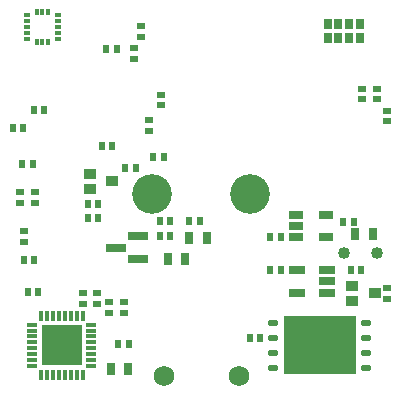
<source format=gbs>
%FSLAX24Y24*%
%MOIN*%
G70*
G01*
G75*
G04 Layer_Color=16711935*
%ADD10C,0.0177*%
%ADD11C,0.0100*%
%ADD12C,0.0100*%
%ADD13R,0.0551X0.0453*%
%ADD14O,0.0177X0.0532*%
%ADD15R,0.0343X0.0343*%
%ADD16R,0.0157X0.0335*%
%ADD17O,0.0315X0.0079*%
%ADD18O,0.0079X0.0315*%
%ADD19R,0.2598X0.2598*%
%ADD20O,0.0295X0.0079*%
%ADD21R,0.1417X0.1417*%
%ADD22O,0.0079X0.0295*%
%ADD23O,0.0098X0.0276*%
%ADD24O,0.0276X0.0098*%
%ADD25R,0.0118X0.0193*%
%ADD26R,0.0118X0.0205*%
%ADD27R,0.0138X0.0217*%
%ADD28R,0.0157X0.0532*%
%ADD29R,0.0748X0.0630*%
%ADD30R,0.0630X0.0551*%
%ADD31R,0.0335X0.0374*%
%ADD32R,0.0335X0.0118*%
%ADD33R,0.0217X0.0098*%
%ADD34R,0.0197X0.0354*%
%ADD35R,0.0177X0.0177*%
%ADD36R,0.0157X0.0236*%
%ADD37R,0.0138X0.0157*%
%ADD38R,0.0335X0.0157*%
%ADD39R,0.0236X0.0157*%
%ADD40R,0.0354X0.0197*%
%ADD41C,0.0080*%
%ADD42C,0.0200*%
%ADD43C,0.1260*%
%ADD44C,0.0630*%
%ADD45C,0.0260*%
%ADD46C,0.0300*%
%ADD47C,0.0340*%
%ADD48C,0.0500*%
%ADD49C,0.0240*%
%ADD50C,0.0290*%
%ADD51R,0.2362X0.1890*%
%ADD52O,0.0315X0.0157*%
%ADD53R,0.0394X0.0217*%
%ADD54R,0.0512X0.0217*%
%ADD55R,0.0591X0.0236*%
%ADD56R,0.0354X0.0276*%
%ADD57R,0.0197X0.0315*%
%ADD58O,0.0098X0.0315*%
%ADD59O,0.0315X0.0098*%
%ADD60R,0.1299X0.1299*%
%ADD61R,0.0098X0.0138*%
%ADD62R,0.0187X0.0098*%
%ADD63C,0.0150*%
%ADD64C,0.0098*%
%ADD65C,0.0039*%
%ADD66C,0.0079*%
%ADD67C,0.0050*%
%ADD68C,0.0040*%
%ADD69R,0.0611X0.0513*%
%ADD70O,0.0237X0.0592*%
%ADD71R,0.0606X0.0606*%
%ADD72R,0.0217X0.0395*%
%ADD73O,0.0375X0.0139*%
%ADD74O,0.0139X0.0375*%
%ADD75R,0.2658X0.2658*%
%ADD76O,0.0355X0.0139*%
%ADD77R,0.1477X0.1477*%
%ADD78O,0.0139X0.0355*%
%ADD79O,0.0158X0.0336*%
%ADD80O,0.0336X0.0158*%
%ADD81R,0.0178X0.0253*%
%ADD82R,0.0178X0.0265*%
%ADD83R,0.0198X0.0277*%
%ADD84R,0.0236X0.0610*%
%ADD85R,0.0827X0.0709*%
%ADD86R,0.0709X0.0630*%
%ADD87R,0.0395X0.0434*%
%ADD88R,0.0395X0.0178*%
%ADD89R,0.0277X0.0158*%
%ADD90R,0.0257X0.0414*%
%ADD91R,0.0237X0.0237*%
%ADD92R,0.0217X0.0296*%
%ADD93R,0.0198X0.0217*%
%ADD94R,0.0395X0.0217*%
%ADD95R,0.0296X0.0217*%
%ADD96R,0.0414X0.0257*%
%ADD97C,0.1320*%
%ADD98C,0.0690*%
%ADD99C,0.0400*%
%ADD100R,0.2422X0.1950*%
%ADD101O,0.0375X0.0217*%
%ADD102R,0.0454X0.0277*%
%ADD103R,0.0572X0.0277*%
%ADD104R,0.0651X0.0296*%
%ADD105R,0.0414X0.0336*%
%ADD106R,0.0257X0.0375*%
%ADD107O,0.0158X0.0375*%
%ADD108O,0.0375X0.0158*%
%ADD109R,0.1359X0.1359*%
%ADD110R,0.0158X0.0198*%
%ADD111R,0.0247X0.0158*%
D90*
X-3015Y-5840D02*
D03*
X-2425D02*
D03*
X-405Y-1450D02*
D03*
X185D02*
D03*
X5145Y-1340D02*
D03*
X5735D02*
D03*
X-1115Y-2154D02*
D03*
X-525D02*
D03*
D92*
X-5923Y2200D02*
D03*
X-6277D02*
D03*
X-3433Y-330D02*
D03*
X-3787D02*
D03*
X1977Y-4790D02*
D03*
X1623D02*
D03*
X-2173Y860D02*
D03*
X-2527D02*
D03*
X-3787Y-790D02*
D03*
X-3433D02*
D03*
X-1033Y-1390D02*
D03*
X-1387D02*
D03*
X-1033Y-910D02*
D03*
X-1387D02*
D03*
X-5423Y-3270D02*
D03*
X-5777D02*
D03*
X-5563Y-2180D02*
D03*
X-5917D02*
D03*
X-2757Y-4980D02*
D03*
X-2403D02*
D03*
X2303Y-2530D02*
D03*
X2657D02*
D03*
X5337D02*
D03*
X4983D02*
D03*
X5087Y-920D02*
D03*
X4733D02*
D03*
X2293Y-1420D02*
D03*
X2647D02*
D03*
X-53Y-910D02*
D03*
X-407D02*
D03*
X-1253Y1230D02*
D03*
X-1607D02*
D03*
X-3167Y4840D02*
D03*
X-2813D02*
D03*
X-2963Y1590D02*
D03*
X-3317D02*
D03*
X-5967Y1010D02*
D03*
X-5613D02*
D03*
X-5223Y2820D02*
D03*
X-5577D02*
D03*
D95*
X-5920Y-1233D02*
D03*
Y-1587D02*
D03*
X-5540Y67D02*
D03*
Y-287D02*
D03*
X-6040Y67D02*
D03*
Y-287D02*
D03*
X-3060Y-3603D02*
D03*
Y-3957D02*
D03*
X-2570Y-3603D02*
D03*
Y-3957D02*
D03*
X-3480Y-3313D02*
D03*
Y-3667D02*
D03*
X-3940Y-3313D02*
D03*
Y-3667D02*
D03*
X6210Y-3497D02*
D03*
Y-3143D02*
D03*
X-2240Y4513D02*
D03*
Y4867D02*
D03*
X-2000Y5607D02*
D03*
Y5253D02*
D03*
X-1350Y2963D02*
D03*
Y3317D02*
D03*
X-1730Y2103D02*
D03*
Y2457D02*
D03*
X5360Y3163D02*
D03*
Y3517D02*
D03*
X5860Y3163D02*
D03*
Y3517D02*
D03*
X6200Y2423D02*
D03*
Y2777D02*
D03*
D97*
X1634Y0D02*
D03*
X-1634D02*
D03*
D98*
X1250Y-6070D02*
D03*
X-1250D02*
D03*
D99*
X5870Y-1960D02*
D03*
X4750D02*
D03*
D100*
X3950Y-5040D02*
D03*
D101*
X5505Y-5790D02*
D03*
Y-5290D02*
D03*
Y-4790D02*
D03*
Y-4290D02*
D03*
X2395D02*
D03*
Y-4790D02*
D03*
Y-5290D02*
D03*
Y-5790D02*
D03*
D102*
X4162Y-1434D02*
D03*
Y-686D02*
D03*
X3178D02*
D03*
Y-1060D02*
D03*
Y-1434D02*
D03*
D103*
X3198Y-2536D02*
D03*
Y-3284D02*
D03*
X4182D02*
D03*
Y-2910D02*
D03*
Y-2536D02*
D03*
D104*
X-2096Y-1406D02*
D03*
Y-2154D02*
D03*
X-2844Y-1780D02*
D03*
D105*
X5036Y-3566D02*
D03*
Y-3054D02*
D03*
X5784Y-3310D02*
D03*
X-3704Y174D02*
D03*
Y686D02*
D03*
X-2956Y430D02*
D03*
D106*
X4218Y5204D02*
D03*
X4573D02*
D03*
X4927D02*
D03*
X5282D02*
D03*
Y5676D02*
D03*
X4927D02*
D03*
X4573D02*
D03*
X4218D02*
D03*
D107*
X-5329Y-4056D02*
D03*
X-5132D02*
D03*
X-4935D02*
D03*
X-4738D02*
D03*
X-4542D02*
D03*
X-4345D02*
D03*
X-4148D02*
D03*
X-3951D02*
D03*
Y-6024D02*
D03*
X-4148D02*
D03*
X-4345D02*
D03*
X-4542D02*
D03*
X-4738D02*
D03*
X-4935D02*
D03*
X-5132D02*
D03*
X-5329D02*
D03*
D108*
X-3656Y-4351D02*
D03*
Y-4548D02*
D03*
Y-4745D02*
D03*
Y-4942D02*
D03*
Y-5138D02*
D03*
Y-5335D02*
D03*
Y-5532D02*
D03*
Y-5729D02*
D03*
X-5624D02*
D03*
Y-5532D02*
D03*
Y-5335D02*
D03*
Y-5138D02*
D03*
Y-4942D02*
D03*
Y-4745D02*
D03*
Y-4548D02*
D03*
Y-4351D02*
D03*
D109*
X-4640Y-5040D02*
D03*
D110*
X-5093Y6072D02*
D03*
X-5290D02*
D03*
X-5487D02*
D03*
Y5068D02*
D03*
X-5290D02*
D03*
X-5093D02*
D03*
D111*
X-5807Y5964D02*
D03*
Y5767D02*
D03*
Y5570D02*
D03*
Y5373D02*
D03*
Y5176D02*
D03*
X-4773D02*
D03*
Y5373D02*
D03*
Y5570D02*
D03*
Y5767D02*
D03*
Y5964D02*
D03*
M02*

</source>
